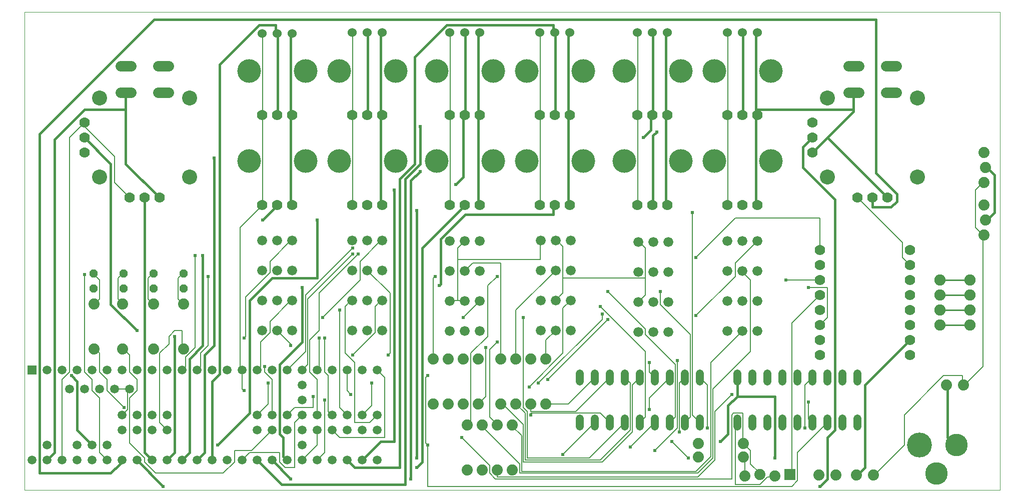
<source format=gbl>
G75*
%MOIN*%
%OFA0B0*%
%FSLAX25Y25*%
%IPPOS*%
%LPD*%
%AMOC8*
5,1,8,0,0,1.08239X$1,22.5*
%
%ADD10C,0.00000*%
%ADD11R,0.05937X0.05937*%
%ADD12C,0.05937*%
%ADD13C,0.07400*%
%ADD14C,0.07000*%
%ADD15C,0.16598*%
%ADD16C,0.15024*%
%ADD17C,0.01000*%
%ADD18C,0.07480*%
%ADD19C,0.10000*%
%ADD20C,0.07000*%
%ADD21C,0.05200*%
%ADD22OC8,0.05200*%
%ADD23R,0.07400X0.07400*%
%ADD24C,0.06600*%
%ADD25C,0.15748*%
%ADD26C,0.06000*%
%ADD27C,0.00600*%
%ADD28C,0.02400*%
%ADD29C,0.01500*%
D10*
X0032595Y0002550D02*
X0032595Y0321251D01*
X0682516Y0321251D01*
X0682516Y0002550D01*
X0032595Y0002550D01*
D11*
X0037595Y0082550D03*
D12*
X0047595Y0082550D03*
X0057595Y0082550D03*
X0067595Y0082550D03*
X0077595Y0082550D03*
X0087595Y0082550D03*
X0097595Y0082550D03*
X0107595Y0082550D03*
X0117595Y0082550D03*
X0127595Y0082550D03*
X0137595Y0082550D03*
X0147595Y0082550D03*
X0157595Y0082550D03*
X0167595Y0082550D03*
X0177595Y0082550D03*
X0187595Y0082550D03*
X0197595Y0082550D03*
X0207595Y0082550D03*
X0217595Y0082550D03*
X0217595Y0072550D03*
X0227595Y0082550D03*
X0237595Y0082550D03*
X0247595Y0082550D03*
X0257595Y0082550D03*
X0267595Y0082550D03*
X0217595Y0062550D03*
X0217595Y0052550D03*
X0207595Y0052550D03*
X0197595Y0052550D03*
X0187595Y0052550D03*
X0187595Y0042550D03*
X0197595Y0042550D03*
X0207595Y0042550D03*
X0217595Y0042550D03*
X0227595Y0042550D03*
X0237595Y0042550D03*
X0247595Y0042550D03*
X0257595Y0042550D03*
X0267595Y0042550D03*
X0267595Y0052550D03*
X0257595Y0052550D03*
X0247595Y0052550D03*
X0237595Y0052550D03*
X0227595Y0052550D03*
X0217595Y0032550D03*
X0217595Y0022550D03*
X0207595Y0022550D03*
X0197595Y0022550D03*
X0187595Y0022550D03*
X0177595Y0022550D03*
X0167595Y0022550D03*
X0157595Y0022550D03*
X0147595Y0022550D03*
X0137595Y0022550D03*
X0127595Y0022550D03*
X0117595Y0022550D03*
X0107595Y0022550D03*
X0097595Y0022550D03*
X0087595Y0022550D03*
X0077595Y0022550D03*
X0067595Y0022550D03*
X0057595Y0022550D03*
X0047595Y0022550D03*
X0037595Y0022550D03*
X0047595Y0032550D03*
X0067595Y0032550D03*
X0077595Y0032550D03*
X0087595Y0032550D03*
X0097595Y0042550D03*
X0107595Y0042550D03*
X0117595Y0042550D03*
X0127595Y0042550D03*
X0127595Y0052550D03*
X0117595Y0052550D03*
X0107595Y0052550D03*
X0097595Y0052550D03*
X0092595Y0070050D03*
X0082595Y0070050D03*
X0072595Y0070050D03*
X0062595Y0070050D03*
X0102595Y0070050D03*
X0227595Y0022550D03*
X0237595Y0022550D03*
X0247595Y0022550D03*
X0257595Y0022550D03*
X0267595Y0022550D03*
D13*
X0327595Y0016050D03*
X0337595Y0016050D03*
X0347595Y0016050D03*
X0357595Y0016050D03*
X0357595Y0046050D03*
X0347595Y0046050D03*
X0337595Y0046050D03*
X0327595Y0046050D03*
X0325095Y0060050D03*
X0335095Y0060050D03*
X0350095Y0060050D03*
X0360095Y0060050D03*
X0370095Y0060050D03*
X0380095Y0060050D03*
X0380095Y0090050D03*
X0370095Y0090050D03*
X0360095Y0090050D03*
X0350095Y0090050D03*
X0335095Y0090050D03*
X0325095Y0090050D03*
X0315095Y0090050D03*
X0305095Y0090050D03*
X0305095Y0060050D03*
X0315095Y0060050D03*
X0481595Y0033550D03*
X0481595Y0024550D03*
X0511595Y0024550D03*
X0511595Y0033550D03*
X0512595Y0012050D03*
X0522595Y0013050D03*
X0532595Y0012050D03*
X0561895Y0012550D03*
X0573295Y0012550D03*
X0586895Y0012550D03*
X0598295Y0012550D03*
X0646895Y0072550D03*
X0658295Y0072550D03*
X0672095Y0172550D03*
X0673095Y0182550D03*
X0672095Y0192550D03*
X0672095Y0207550D03*
X0673095Y0217550D03*
X0672095Y0227550D03*
X0138595Y0126550D03*
X0118595Y0126550D03*
X0098095Y0126550D03*
X0079095Y0126550D03*
X0079095Y0096550D03*
X0098095Y0096550D03*
X0118595Y0096550D03*
X0138595Y0096550D03*
D14*
X0191095Y0192522D03*
X0201095Y0192522D03*
X0211095Y0192522D03*
X0251095Y0192522D03*
X0261095Y0192522D03*
X0271095Y0192522D03*
X0316095Y0192522D03*
X0326095Y0192522D03*
X0336095Y0192522D03*
X0376095Y0192522D03*
X0386095Y0192522D03*
X0396095Y0192522D03*
X0441095Y0192522D03*
X0451095Y0192522D03*
X0461095Y0192522D03*
X0501095Y0192522D03*
X0511095Y0192522D03*
X0521095Y0192522D03*
X0562595Y0162550D03*
X0562595Y0152550D03*
X0562595Y0142550D03*
X0562595Y0132550D03*
X0562595Y0122550D03*
X0562595Y0112550D03*
X0562595Y0102550D03*
X0562595Y0092550D03*
X0622595Y0092550D03*
X0622595Y0102550D03*
X0622595Y0112550D03*
X0622595Y0122550D03*
X0622595Y0132550D03*
X0622595Y0142550D03*
X0622595Y0152550D03*
X0622595Y0162550D03*
X0607595Y0197550D03*
X0597595Y0197550D03*
X0587595Y0197550D03*
X0557595Y0227550D03*
X0557595Y0237550D03*
X0557595Y0247550D03*
X0521095Y0252522D03*
X0511095Y0252522D03*
X0501095Y0252522D03*
X0461095Y0252522D03*
X0451095Y0252522D03*
X0441095Y0252522D03*
X0396095Y0252522D03*
X0386095Y0252522D03*
X0376095Y0252522D03*
X0336095Y0252522D03*
X0326095Y0252522D03*
X0316095Y0252522D03*
X0271095Y0252522D03*
X0261095Y0252522D03*
X0251095Y0252522D03*
X0211095Y0252522D03*
X0201095Y0252522D03*
X0191095Y0252522D03*
X0122595Y0197550D03*
X0112595Y0197550D03*
X0102595Y0197550D03*
X0072595Y0227550D03*
X0072595Y0237550D03*
X0072595Y0247550D03*
D15*
X0629052Y0032550D03*
D16*
X0653658Y0032550D03*
X0640272Y0013652D03*
D17*
X0642595Y0112550D02*
X0662595Y0112550D01*
X0662595Y0122550D02*
X0642595Y0122550D01*
X0642595Y0132550D02*
X0662595Y0132550D01*
X0662595Y0142550D02*
X0642595Y0142550D01*
D18*
X0642595Y0142550D03*
X0642595Y0132550D03*
X0642595Y0122550D03*
X0642595Y0112550D03*
X0662595Y0112550D03*
X0662595Y0122550D03*
X0662595Y0132550D03*
X0662595Y0142550D03*
D19*
X0627595Y0211300D03*
X0567595Y0211300D03*
X0567595Y0263800D03*
X0627595Y0263800D03*
X0142595Y0263800D03*
X0082595Y0263800D03*
X0082595Y0211300D03*
X0142595Y0211300D03*
D20*
X0128595Y0267550D02*
X0121595Y0267550D01*
X0103595Y0267550D02*
X0096595Y0267550D01*
X0096595Y0285267D02*
X0103595Y0285267D01*
X0121595Y0285267D02*
X0128595Y0285267D01*
X0581595Y0285267D02*
X0588595Y0285267D01*
X0606595Y0285267D02*
X0613595Y0285267D01*
X0613595Y0267550D02*
X0606595Y0267550D01*
X0588595Y0267550D02*
X0581595Y0267550D01*
D21*
X0577595Y0080150D02*
X0577595Y0074950D01*
X0587595Y0074950D02*
X0587595Y0080150D01*
X0567595Y0080150D02*
X0567595Y0074950D01*
X0557595Y0074950D02*
X0557595Y0080150D01*
X0547595Y0080150D02*
X0547595Y0074950D01*
X0537595Y0074950D02*
X0537595Y0080150D01*
X0527595Y0080150D02*
X0527595Y0074950D01*
X0517595Y0074950D02*
X0517595Y0080150D01*
X0507595Y0080150D02*
X0507595Y0074950D01*
X0482595Y0074950D02*
X0482595Y0080150D01*
X0472595Y0080150D02*
X0472595Y0074950D01*
X0462595Y0074950D02*
X0462595Y0080150D01*
X0452595Y0080150D02*
X0452595Y0074950D01*
X0442595Y0074950D02*
X0442595Y0080150D01*
X0432595Y0080150D02*
X0432595Y0074950D01*
X0422595Y0074950D02*
X0422595Y0080150D01*
X0412595Y0080150D02*
X0412595Y0074950D01*
X0402595Y0074950D02*
X0402595Y0080150D01*
X0402595Y0050150D02*
X0402595Y0044950D01*
X0412595Y0044950D02*
X0412595Y0050150D01*
X0422595Y0050150D02*
X0422595Y0044950D01*
X0432595Y0044950D02*
X0432595Y0050150D01*
X0442595Y0050150D02*
X0442595Y0044950D01*
X0452595Y0044950D02*
X0452595Y0050150D01*
X0462595Y0050150D02*
X0462595Y0044950D01*
X0472595Y0044950D02*
X0472595Y0050150D01*
X0482595Y0050150D02*
X0482595Y0044950D01*
X0507595Y0044950D02*
X0507595Y0050150D01*
X0517595Y0050150D02*
X0517595Y0044950D01*
X0527595Y0044950D02*
X0527595Y0050150D01*
X0537595Y0050150D02*
X0537595Y0044950D01*
X0547595Y0044950D02*
X0547595Y0050150D01*
X0557595Y0050150D02*
X0557595Y0044950D01*
X0567595Y0044950D02*
X0567595Y0050150D01*
X0577595Y0050150D02*
X0577595Y0044950D01*
X0587595Y0044950D02*
X0587595Y0050150D01*
D22*
X0138595Y0137050D03*
X0138595Y0147050D03*
X0118595Y0147050D03*
X0118595Y0137050D03*
X0098595Y0137050D03*
X0098595Y0147050D03*
X0078595Y0147050D03*
X0078595Y0137050D03*
D23*
X0542595Y0013050D03*
D24*
X0521095Y0108550D03*
X0511095Y0108550D03*
X0501095Y0108550D03*
X0461595Y0108050D03*
X0451595Y0108050D03*
X0441595Y0108050D03*
X0441595Y0128050D03*
X0451595Y0128050D03*
X0461595Y0128050D03*
X0461595Y0148050D03*
X0451595Y0148050D03*
X0441595Y0148050D03*
X0441595Y0168050D03*
X0451595Y0168050D03*
X0461595Y0168050D03*
X0501095Y0168550D03*
X0511095Y0168550D03*
X0521095Y0168550D03*
X0521095Y0148550D03*
X0511095Y0148550D03*
X0501095Y0148550D03*
X0501095Y0128550D03*
X0511095Y0128550D03*
X0521095Y0128550D03*
X0396595Y0129050D03*
X0386595Y0129050D03*
X0376595Y0129050D03*
X0376595Y0109050D03*
X0386595Y0109050D03*
X0396595Y0109050D03*
X0336095Y0108550D03*
X0326095Y0108550D03*
X0316095Y0108550D03*
X0316095Y0128550D03*
X0326095Y0128550D03*
X0336095Y0128550D03*
X0336095Y0148550D03*
X0326095Y0148550D03*
X0316095Y0148550D03*
X0316095Y0168550D03*
X0326095Y0168550D03*
X0336095Y0168550D03*
X0376595Y0169050D03*
X0386595Y0169050D03*
X0396595Y0169050D03*
X0396595Y0149050D03*
X0386595Y0149050D03*
X0376595Y0149050D03*
X0271095Y0149050D03*
X0261095Y0149050D03*
X0251095Y0149050D03*
X0251095Y0169050D03*
X0261095Y0169050D03*
X0271095Y0169050D03*
X0211095Y0169050D03*
X0201095Y0169050D03*
X0191095Y0169050D03*
X0191095Y0149050D03*
X0201095Y0149050D03*
X0211095Y0149050D03*
X0211095Y0129050D03*
X0201095Y0129050D03*
X0191095Y0129050D03*
X0191095Y0109050D03*
X0201095Y0109050D03*
X0211095Y0109050D03*
X0251095Y0109050D03*
X0261095Y0109050D03*
X0271095Y0109050D03*
X0271095Y0129050D03*
X0261095Y0129050D03*
X0251095Y0129050D03*
D25*
X0242198Y0222050D03*
X0219993Y0222050D03*
X0182198Y0222050D03*
X0279993Y0222050D03*
X0307198Y0222050D03*
X0344993Y0222050D03*
X0367198Y0222050D03*
X0404993Y0222050D03*
X0432198Y0222050D03*
X0469993Y0222050D03*
X0492198Y0222050D03*
X0529993Y0222050D03*
X0529993Y0282050D03*
X0492198Y0282050D03*
X0469993Y0282050D03*
X0432198Y0282050D03*
X0404993Y0282050D03*
X0367198Y0282050D03*
X0344993Y0282050D03*
X0307198Y0282050D03*
X0279993Y0282050D03*
X0242198Y0282050D03*
X0219993Y0282050D03*
X0182198Y0282050D03*
D26*
X0191095Y0307050D03*
X0201095Y0307050D03*
X0211095Y0307050D03*
X0251095Y0307550D03*
X0261095Y0307550D03*
X0271095Y0307550D03*
X0316095Y0307550D03*
X0326095Y0307550D03*
X0336095Y0307550D03*
X0376095Y0307550D03*
X0386095Y0307550D03*
X0396095Y0307550D03*
X0441095Y0307550D03*
X0451095Y0307550D03*
X0461095Y0307550D03*
X0501095Y0307550D03*
X0511095Y0307550D03*
X0521095Y0307550D03*
D27*
X0501345Y0307550D02*
X0501095Y0307550D01*
X0501345Y0307550D02*
X0501345Y0252550D01*
X0501095Y0252522D01*
X0501345Y0251300D01*
X0501345Y0192550D01*
X0501095Y0192522D01*
X0506345Y0183800D02*
X0562595Y0183800D01*
X0562595Y0162550D01*
X0562595Y0142550D02*
X0540095Y0142550D01*
X0555095Y0137550D02*
X0567595Y0137550D01*
X0567595Y0117550D01*
X0562595Y0112550D01*
X0543845Y0113800D02*
X0562595Y0132550D01*
X0543845Y0113800D02*
X0543845Y0015050D01*
X0542595Y0013800D01*
X0542595Y0013050D01*
X0547595Y0008800D02*
X0543845Y0005050D01*
X0301345Y0005050D01*
X0301345Y0032550D01*
X0300095Y0033800D01*
X0300095Y0077550D01*
X0301345Y0078800D01*
X0305095Y0090050D02*
X0305095Y0143800D01*
X0306345Y0145050D01*
X0321345Y0156300D02*
X0376345Y0156300D01*
X0376345Y0168800D01*
X0376595Y0169050D01*
X0386595Y0169050D02*
X0387595Y0168800D01*
X0391345Y0165050D01*
X0391345Y0143800D01*
X0446345Y0143800D01*
X0446345Y0132550D01*
X0442595Y0128800D01*
X0441595Y0128050D01*
X0456345Y0126300D02*
X0456345Y0135050D01*
X0446345Y0143800D02*
X0446345Y0163800D01*
X0442595Y0167550D01*
X0441595Y0168050D01*
X0480095Y0157550D02*
X0506345Y0183800D01*
X0477595Y0187550D02*
X0477595Y0052550D01*
X0482595Y0047550D01*
X0487595Y0043800D02*
X0487595Y0072550D01*
X0482595Y0077550D01*
X0472595Y0077550D02*
X0468845Y0073800D01*
X0468845Y0041300D01*
X0467595Y0043800D02*
X0467595Y0088800D01*
X0466345Y0086300D02*
X0446345Y0106300D01*
X0446345Y0110050D01*
X0421345Y0135050D01*
X0416345Y0125050D02*
X0446345Y0095050D01*
X0446345Y0051300D01*
X0442595Y0047550D01*
X0436345Y0042550D02*
X0416345Y0022550D01*
X0366345Y0022550D01*
X0366345Y0053800D01*
X0360095Y0060050D01*
X0365095Y0057550D02*
X0365095Y0117550D01*
X0360095Y0122550D02*
X0360095Y0090050D01*
X0350095Y0090050D02*
X0350095Y0153800D01*
X0331345Y0153800D01*
X0326095Y0148550D01*
X0321345Y0156300D02*
X0321345Y0128800D01*
X0316345Y0128800D01*
X0316095Y0128550D01*
X0321345Y0128800D02*
X0325095Y0128800D01*
X0326095Y0128550D01*
X0336095Y0128550D02*
X0325095Y0117550D01*
X0341345Y0105050D02*
X0330095Y0093800D01*
X0330095Y0048800D01*
X0327595Y0046300D01*
X0327595Y0046050D01*
X0337595Y0046050D02*
X0337595Y0045050D01*
X0362595Y0020050D01*
X0362595Y0013800D01*
X0481345Y0013800D01*
X0491345Y0023800D01*
X0491345Y0070050D01*
X0516345Y0095050D01*
X0516345Y0142550D01*
X0511345Y0147550D01*
X0511095Y0148550D01*
X0506345Y0145050D02*
X0506345Y0153800D01*
X0521095Y0168550D01*
X0506345Y0145050D02*
X0480095Y0118800D01*
X0476345Y0106300D02*
X0456345Y0126300D01*
X0421345Y0116300D02*
X0381345Y0076300D01*
X0375095Y0073800D02*
X0417595Y0116300D01*
X0417595Y0120050D01*
X0396595Y0129050D02*
X0391345Y0123800D01*
X0391345Y0093800D01*
X0368845Y0071300D01*
X0370095Y0060050D02*
X0370095Y0055050D01*
X0400095Y0055050D01*
X0422595Y0077550D01*
X0412595Y0077550D02*
X0395095Y0060050D01*
X0380095Y0060050D01*
X0370095Y0053800D02*
X0370095Y0052550D01*
X0370095Y0053800D02*
X0416345Y0053800D01*
X0422595Y0047550D01*
X0412595Y0047550D02*
X0391345Y0026300D01*
X0408845Y0023800D02*
X0367595Y0023800D01*
X0367595Y0055050D01*
X0365095Y0057550D01*
X0365095Y0046300D02*
X0351345Y0060050D01*
X0350095Y0060050D01*
X0340095Y0065050D02*
X0335095Y0060050D01*
X0340095Y0065050D02*
X0340095Y0097550D01*
X0342595Y0096300D02*
X0342595Y0051300D01*
X0347595Y0046300D01*
X0347595Y0046050D01*
X0357595Y0046050D02*
X0357595Y0045050D01*
X0363845Y0038800D01*
X0363845Y0015050D01*
X0480095Y0015050D01*
X0490095Y0025050D01*
X0490095Y0087550D01*
X0511095Y0108550D01*
X0476345Y0106300D02*
X0476345Y0051300D01*
X0472595Y0047550D01*
X0467595Y0043800D02*
X0452595Y0028800D01*
X0463845Y0035050D02*
X0475095Y0023800D01*
X0481345Y0011300D02*
X0492595Y0022550D01*
X0492595Y0055050D01*
X0503845Y0066300D01*
X0505095Y0053800D02*
X0511345Y0053800D01*
X0511345Y0033800D01*
X0511595Y0033550D01*
X0516345Y0028800D01*
X0516345Y0020050D01*
X0522595Y0013800D01*
X0522595Y0013050D01*
X0527595Y0011300D02*
X0522595Y0006300D01*
X0506345Y0006300D01*
X0506345Y0046300D01*
X0507595Y0047550D01*
X0503845Y0052550D02*
X0505095Y0053800D01*
X0503845Y0052550D02*
X0503845Y0010050D01*
X0346345Y0010050D01*
X0342595Y0013800D01*
X0342595Y0018800D01*
X0323845Y0037550D01*
X0347595Y0016050D02*
X0347595Y0011300D01*
X0481345Y0011300D01*
X0512595Y0012050D02*
X0512595Y0023800D01*
X0511595Y0024550D01*
X0527595Y0011300D02*
X0532595Y0011300D01*
X0532595Y0012050D01*
X0547595Y0008800D02*
X0547595Y0027550D01*
X0567595Y0047550D01*
X0557595Y0047550D02*
X0555095Y0050050D01*
X0555095Y0061300D01*
X0552595Y0072550D02*
X0552595Y0043800D01*
X0552595Y0072550D02*
X0557595Y0077550D01*
X0618845Y0052550D02*
X0645095Y0078800D01*
X0657595Y0078800D01*
X0657595Y0072550D01*
X0658295Y0072550D01*
X0658845Y0072550D01*
X0671345Y0085050D01*
X0671345Y0172550D01*
X0672095Y0172550D01*
X0671345Y0172550D02*
X0666345Y0177550D01*
X0666345Y0202550D01*
X0671345Y0207550D01*
X0672095Y0207550D01*
X0617595Y0167550D02*
X0617595Y0157550D01*
X0622595Y0152550D01*
X0617595Y0167550D02*
X0587595Y0197550D01*
X0441345Y0192550D02*
X0441095Y0192522D01*
X0441345Y0192550D02*
X0441345Y0251300D01*
X0441095Y0252522D01*
X0441345Y0252550D01*
X0441345Y0307550D01*
X0441095Y0307550D01*
X0376345Y0307550D02*
X0376095Y0307550D01*
X0376345Y0307550D02*
X0376345Y0252550D01*
X0376095Y0252522D01*
X0376345Y0251300D01*
X0376345Y0192550D01*
X0376095Y0192522D01*
X0326095Y0168550D02*
X0321345Y0163800D01*
X0321345Y0156300D01*
X0341345Y0138800D02*
X0347595Y0145050D01*
X0341345Y0138800D02*
X0341345Y0105050D01*
X0347595Y0101300D02*
X0342595Y0096300D01*
X0380095Y0090050D02*
X0380095Y0102550D01*
X0386595Y0109050D01*
X0360095Y0122550D02*
X0386595Y0149050D01*
X0391345Y0143800D02*
X0391345Y0133800D01*
X0386595Y0129050D01*
X0448845Y0087550D02*
X0448845Y0081300D01*
X0452595Y0077550D01*
X0442595Y0077550D02*
X0437595Y0072550D01*
X0437595Y0041300D01*
X0417595Y0021300D01*
X0365095Y0021300D01*
X0365095Y0046300D01*
X0408845Y0023800D02*
X0432595Y0047550D01*
X0436345Y0042550D02*
X0436345Y0073800D01*
X0432595Y0077550D01*
X0448845Y0063800D02*
X0448845Y0056300D01*
X0448845Y0063800D02*
X0462595Y0077550D01*
X0466345Y0086300D02*
X0466345Y0051300D01*
X0462595Y0047550D01*
X0452595Y0047550D02*
X0436345Y0031300D01*
X0276345Y0093800D02*
X0275095Y0092550D01*
X0276345Y0093800D02*
X0276345Y0133800D01*
X0261095Y0149050D01*
X0256345Y0155050D02*
X0270095Y0168800D01*
X0271095Y0169050D01*
X0255095Y0160050D02*
X0228845Y0133800D01*
X0228845Y0108800D01*
X0222595Y0102550D01*
X0222595Y0081300D01*
X0227595Y0076300D01*
X0227595Y0052550D01*
X0225095Y0057550D02*
X0225095Y0065050D01*
X0232595Y0062550D02*
X0232595Y0027550D01*
X0227595Y0022550D01*
X0227595Y0032550D02*
X0217595Y0022550D01*
X0212595Y0017550D02*
X0212595Y0047550D01*
X0217595Y0052550D01*
X0212595Y0057550D02*
X0225095Y0057550D01*
X0235095Y0055050D02*
X0235095Y0078800D01*
X0232595Y0081300D01*
X0232595Y0103800D01*
X0228845Y0103800D02*
X0228845Y0083800D01*
X0227595Y0082550D01*
X0221345Y0086300D02*
X0221345Y0130050D01*
X0251345Y0160050D01*
X0251345Y0163800D02*
X0220095Y0132550D01*
X0220095Y0095050D01*
X0207595Y0082550D01*
X0217595Y0082550D02*
X0221345Y0086300D01*
X0210095Y0098800D02*
X0210095Y0100050D01*
X0201095Y0109050D01*
X0196345Y0107550D02*
X0196345Y0115050D01*
X0210095Y0128800D01*
X0211095Y0129050D01*
X0231345Y0117550D02*
X0256345Y0142550D01*
X0256345Y0155050D01*
X0251095Y0129050D02*
X0250095Y0128800D01*
X0246345Y0125050D01*
X0246345Y0093800D01*
X0252595Y0087550D01*
X0252595Y0047550D01*
X0262595Y0047550D01*
X0267595Y0052550D01*
X0263845Y0058800D02*
X0257595Y0052550D01*
X0247595Y0052550D02*
X0242595Y0057550D01*
X0242595Y0122550D01*
X0266345Y0125050D02*
X0270095Y0128800D01*
X0271095Y0129050D01*
X0266345Y0125050D02*
X0266345Y0107550D01*
X0251345Y0092550D01*
X0247595Y0082550D02*
X0247595Y0068800D01*
X0250095Y0066300D01*
X0263845Y0073800D02*
X0263845Y0058800D01*
X0237595Y0052550D02*
X0235095Y0055050D01*
X0237595Y0042550D02*
X0242595Y0037550D01*
X0272595Y0037550D01*
X0272595Y0077550D01*
X0267595Y0082550D01*
X0212595Y0057550D02*
X0207595Y0052550D01*
X0197595Y0052550D02*
X0197595Y0076300D01*
X0192595Y0081300D01*
X0192595Y0085050D01*
X0190095Y0085050D02*
X0187595Y0082550D01*
X0190095Y0085050D02*
X0190095Y0101300D01*
X0196345Y0107550D01*
X0180095Y0105050D02*
X0180095Y0131300D01*
X0196345Y0147550D01*
X0196345Y0155050D01*
X0210095Y0168800D01*
X0211095Y0169050D01*
X0190095Y0191300D02*
X0176345Y0177550D01*
X0176345Y0083800D01*
X0177595Y0082550D01*
X0177595Y0070050D01*
X0178845Y0068800D01*
X0195095Y0073800D02*
X0195095Y0060050D01*
X0187595Y0052550D01*
X0197595Y0042550D02*
X0183845Y0028800D01*
X0172595Y0028800D01*
X0172595Y0021300D01*
X0165095Y0013800D01*
X0120095Y0013800D01*
X0112595Y0021300D01*
X0112595Y0023800D01*
X0102595Y0033800D01*
X0102595Y0063800D01*
X0107595Y0068800D01*
X0107595Y0076300D01*
X0102595Y0081300D01*
X0102595Y0092550D01*
X0098845Y0096300D01*
X0098095Y0096550D01*
X0082595Y0093800D02*
X0080095Y0096300D01*
X0079095Y0096550D01*
X0082595Y0093800D02*
X0082595Y0081300D01*
X0087595Y0076300D01*
X0087595Y0068800D01*
X0098845Y0057550D01*
X0101345Y0056300D02*
X0101345Y0068800D01*
X0102595Y0070050D01*
X0092595Y0070050D01*
X0082595Y0063800D02*
X0077595Y0068800D01*
X0077595Y0076300D01*
X0072595Y0081300D01*
X0072595Y0146300D01*
X0078595Y0147050D02*
X0078845Y0146300D01*
X0082595Y0142550D01*
X0082595Y0130050D01*
X0079095Y0126550D01*
X0095095Y0130050D02*
X0097595Y0127550D01*
X0098095Y0126550D01*
X0095095Y0130050D02*
X0095095Y0143800D01*
X0097595Y0146300D01*
X0098595Y0147050D01*
X0115095Y0143800D02*
X0115095Y0130050D01*
X0118595Y0126550D01*
X0135095Y0130050D02*
X0138595Y0126550D01*
X0135095Y0130050D02*
X0135095Y0143800D01*
X0137595Y0146300D01*
X0138595Y0147050D01*
X0155095Y0145050D02*
X0155095Y0098800D01*
X0150095Y0093800D01*
X0150095Y0085050D01*
X0147595Y0082550D01*
X0140095Y0085050D02*
X0140095Y0091300D01*
X0146345Y0097550D01*
X0146345Y0158800D01*
X0118595Y0147050D02*
X0117595Y0146300D01*
X0115095Y0143800D01*
X0132595Y0108800D02*
X0137595Y0108800D01*
X0137595Y0097550D01*
X0138595Y0096550D01*
X0128845Y0100050D02*
X0128845Y0105050D01*
X0132595Y0108800D01*
X0128845Y0100050D02*
X0122595Y0093800D01*
X0122595Y0047550D01*
X0127595Y0042550D01*
X0101345Y0056300D02*
X0097595Y0052550D01*
X0082595Y0063800D02*
X0082595Y0027550D01*
X0087595Y0022550D01*
X0057595Y0022550D02*
X0057595Y0076300D01*
X0062595Y0081300D01*
X0062595Y0237550D01*
X0071345Y0246300D01*
X0072595Y0247550D01*
X0071345Y0246300D02*
X0092595Y0225050D01*
X0092595Y0207550D01*
X0102595Y0197550D01*
X0190095Y0191300D02*
X0191095Y0192522D01*
X0191345Y0192550D01*
X0191345Y0251300D01*
X0191095Y0252522D01*
X0191345Y0252550D01*
X0191345Y0306300D01*
X0191095Y0307050D01*
X0251095Y0307550D02*
X0251345Y0307550D01*
X0251345Y0252550D01*
X0251095Y0252522D01*
X0251345Y0251300D01*
X0251345Y0192550D01*
X0251095Y0192522D01*
X0316095Y0192522D02*
X0316345Y0192550D01*
X0316345Y0251300D01*
X0316095Y0252522D01*
X0316345Y0252550D01*
X0316345Y0307550D01*
X0316095Y0307550D01*
X0180095Y0105050D02*
X0178845Y0103800D01*
X0140095Y0085050D02*
X0137595Y0082550D01*
X0227595Y0042550D02*
X0227595Y0032550D01*
X0212595Y0017550D02*
X0206345Y0017550D01*
X0202595Y0021300D01*
X0202595Y0027550D01*
X0182595Y0027550D01*
X0177595Y0022550D01*
X0598295Y0012550D02*
X0598845Y0012550D01*
X0618845Y0032550D01*
X0618845Y0052550D01*
D28*
X0555095Y0061300D03*
X0552595Y0043800D03*
X0532595Y0023800D03*
X0562595Y0005050D03*
X0496345Y0035050D03*
X0487595Y0043800D03*
X0468845Y0041300D03*
X0463845Y0035050D03*
X0452595Y0028800D03*
X0436345Y0031300D03*
X0475095Y0023800D03*
X0448845Y0056300D03*
X0503845Y0066300D03*
X0467595Y0088800D03*
X0448845Y0087550D03*
X0421345Y0116300D03*
X0417595Y0120050D03*
X0416345Y0125050D03*
X0421345Y0135050D03*
X0456345Y0135050D03*
X0480095Y0118800D03*
X0540095Y0142550D03*
X0555095Y0137550D03*
X0480095Y0157550D03*
X0477595Y0187550D03*
X0445095Y0237550D03*
X0453845Y0241300D03*
X0320095Y0206300D03*
X0296345Y0215050D03*
X0278845Y0202550D03*
X0293845Y0188800D03*
X0251345Y0163800D03*
X0251345Y0160050D03*
X0255095Y0160050D03*
X0227595Y0182550D03*
X0191345Y0182550D03*
X0151345Y0158800D03*
X0146345Y0158800D03*
X0155095Y0145050D03*
X0217595Y0137550D03*
X0242595Y0122550D03*
X0231345Y0117550D03*
X0232595Y0103800D03*
X0228845Y0103800D03*
X0210095Y0098800D03*
X0192595Y0085050D03*
X0195095Y0073800D03*
X0178845Y0068800D03*
X0225095Y0065050D03*
X0232595Y0062550D03*
X0250095Y0066300D03*
X0263845Y0073800D03*
X0275095Y0092550D03*
X0251345Y0092550D03*
X0301345Y0078800D03*
X0340095Y0097550D03*
X0347595Y0101300D03*
X0365095Y0117550D03*
X0325095Y0117550D03*
X0308845Y0138800D03*
X0306345Y0145050D03*
X0347595Y0145050D03*
X0381345Y0076300D03*
X0375095Y0073800D03*
X0368845Y0071300D03*
X0370095Y0052550D03*
X0323845Y0037550D03*
X0301345Y0032550D03*
X0293845Y0023800D03*
X0293845Y0017550D03*
X0290095Y0010050D03*
X0210095Y0010050D03*
X0161345Y0032550D03*
X0125095Y0005050D03*
X0098845Y0057550D03*
X0063845Y0078800D03*
X0107595Y0108800D03*
X0132595Y0105050D03*
X0178845Y0103800D03*
X0072595Y0146300D03*
X0158845Y0223800D03*
X0296345Y0245050D03*
X0391345Y0026300D03*
D29*
X0297595Y0021300D02*
X0297595Y0163800D01*
X0325095Y0191300D01*
X0326095Y0192522D01*
X0335095Y0192550D02*
X0336095Y0192522D01*
X0335095Y0192550D02*
X0335095Y0251300D01*
X0336095Y0252522D01*
X0335095Y0252550D01*
X0335095Y0307550D01*
X0336095Y0307550D01*
X0326345Y0307550D02*
X0326095Y0307550D01*
X0326345Y0307550D02*
X0326345Y0252550D01*
X0326095Y0252522D01*
X0325095Y0251300D01*
X0325095Y0211300D01*
X0320095Y0206300D01*
X0296345Y0215050D02*
X0290095Y0208800D01*
X0290095Y0010050D01*
X0286345Y0006300D02*
X0286345Y0210050D01*
X0296345Y0220050D01*
X0296345Y0245050D01*
X0271095Y0252522D02*
X0270095Y0251300D01*
X0270095Y0192550D01*
X0271095Y0192522D01*
X0278845Y0202550D02*
X0278845Y0035050D01*
X0270095Y0035050D01*
X0257595Y0022550D01*
X0252595Y0017550D02*
X0282595Y0017550D01*
X0282595Y0210050D01*
X0292595Y0220050D01*
X0292595Y0291300D01*
X0313845Y0312550D01*
X0385095Y0312550D01*
X0385095Y0307550D01*
X0386095Y0307550D01*
X0386345Y0307550D01*
X0386345Y0252550D01*
X0386095Y0252522D01*
X0395095Y0252550D02*
X0396095Y0252522D01*
X0395095Y0251300D01*
X0395095Y0192550D01*
X0396095Y0192522D01*
X0386095Y0192522D02*
X0385095Y0191300D01*
X0385095Y0186300D01*
X0326345Y0186300D01*
X0310095Y0170050D01*
X0310095Y0140050D01*
X0308845Y0138800D01*
X0227595Y0143800D02*
X0227595Y0182550D01*
X0211095Y0192522D02*
X0210095Y0192550D01*
X0210095Y0251300D01*
X0211095Y0252522D01*
X0210095Y0252550D01*
X0210095Y0306300D01*
X0211095Y0307050D01*
X0201345Y0306300D02*
X0201095Y0307050D01*
X0200095Y0307550D01*
X0200095Y0312550D01*
X0188845Y0312550D01*
X0162595Y0286300D01*
X0162595Y0080050D01*
X0157595Y0075050D01*
X0157595Y0022550D01*
X0152595Y0027550D02*
X0152595Y0092550D01*
X0158845Y0098800D01*
X0158845Y0223800D01*
X0122595Y0197550D02*
X0100095Y0220050D01*
X0100095Y0256300D01*
X0100095Y0267550D01*
X0100095Y0256300D02*
X0072595Y0256300D01*
X0052595Y0236300D01*
X0052595Y0027550D01*
X0047595Y0022550D01*
X0042595Y0013800D02*
X0042595Y0240050D01*
X0118845Y0316300D01*
X0600095Y0316300D01*
X0600095Y0213800D01*
X0613845Y0200050D01*
X0613845Y0195050D01*
X0610095Y0191300D01*
X0597595Y0191300D01*
X0597595Y0197550D01*
X0607595Y0197550D02*
X0567595Y0237550D01*
X0557595Y0227550D01*
X0551345Y0231300D02*
X0551345Y0217550D01*
X0572595Y0196300D01*
X0572595Y0042550D01*
X0567595Y0037550D01*
X0567595Y0010050D01*
X0562595Y0005050D01*
X0586895Y0012550D02*
X0587595Y0012550D01*
X0592595Y0017550D01*
X0592595Y0072550D01*
X0622595Y0102550D01*
X0646895Y0072550D02*
X0647595Y0072550D01*
X0647595Y0037550D01*
X0652595Y0032550D01*
X0653658Y0032550D01*
X0532595Y0023800D02*
X0532595Y0065050D01*
X0507595Y0065050D01*
X0507595Y0077550D01*
X0507595Y0065050D02*
X0501345Y0058800D01*
X0501345Y0040050D01*
X0496345Y0035050D01*
X0297595Y0021300D02*
X0293845Y0017550D01*
X0293845Y0023800D02*
X0293845Y0188800D01*
X0227595Y0143800D02*
X0197595Y0143800D01*
X0182595Y0128800D01*
X0182595Y0053800D01*
X0161345Y0032550D01*
X0152595Y0027550D02*
X0147595Y0022550D01*
X0142595Y0027550D02*
X0142595Y0090050D01*
X0151345Y0098800D01*
X0151345Y0158800D01*
X0191345Y0182550D02*
X0200095Y0191300D01*
X0201095Y0192522D01*
X0112595Y0197550D02*
X0112595Y0027550D01*
X0117595Y0022550D01*
X0127595Y0022550D02*
X0132595Y0027550D01*
X0132595Y0105050D01*
X0107595Y0108800D02*
X0090095Y0126300D01*
X0090095Y0220050D01*
X0072595Y0237550D01*
X0201095Y0252522D02*
X0201345Y0252550D01*
X0201345Y0306300D01*
X0261095Y0307550D02*
X0261345Y0307550D01*
X0261345Y0252550D01*
X0261095Y0252522D01*
X0270095Y0252550D02*
X0271095Y0252522D01*
X0270095Y0252550D02*
X0270095Y0307550D01*
X0271095Y0307550D01*
X0395095Y0307550D02*
X0395095Y0252550D01*
X0445095Y0237550D02*
X0450095Y0242550D01*
X0450095Y0251300D01*
X0451095Y0252522D01*
X0451345Y0252550D01*
X0451345Y0307550D01*
X0451095Y0307550D01*
X0460095Y0307550D02*
X0461095Y0307550D01*
X0460095Y0307550D02*
X0460095Y0252550D01*
X0461095Y0252522D01*
X0460095Y0251300D01*
X0460095Y0192550D01*
X0461095Y0192522D01*
X0451345Y0192550D02*
X0451095Y0192522D01*
X0451345Y0192550D02*
X0451345Y0238800D01*
X0453845Y0241300D01*
X0511095Y0252522D02*
X0511345Y0252550D01*
X0511345Y0307550D01*
X0511095Y0307550D01*
X0520095Y0307550D02*
X0521095Y0307550D01*
X0520095Y0307550D02*
X0520095Y0256300D01*
X0585095Y0256300D01*
X0585095Y0255050D01*
X0567595Y0237550D01*
X0557595Y0237550D02*
X0551345Y0231300D01*
X0521095Y0252522D02*
X0520095Y0251300D01*
X0520095Y0192550D01*
X0521095Y0192522D01*
X0521095Y0252522D02*
X0520095Y0252550D01*
X0520095Y0256300D01*
X0585095Y0256300D02*
X0585095Y0267550D01*
X0673095Y0217550D02*
X0673845Y0217550D01*
X0678845Y0212550D01*
X0678845Y0187550D01*
X0673845Y0182550D01*
X0673095Y0182550D01*
X0396095Y0307550D02*
X0395095Y0307550D01*
X0217595Y0137550D02*
X0217595Y0101300D01*
X0202595Y0086300D01*
X0202595Y0040050D01*
X0205095Y0037550D01*
X0205095Y0025050D01*
X0207595Y0022550D01*
X0197595Y0022550D02*
X0210095Y0010050D01*
X0203845Y0006300D02*
X0286345Y0006300D01*
X0252595Y0017550D02*
X0247595Y0022550D01*
X0203845Y0006300D02*
X0187595Y0022550D01*
X0142595Y0027550D02*
X0137595Y0022550D01*
X0125095Y0005050D02*
X0107595Y0022550D01*
X0097595Y0022550D02*
X0096345Y0021300D01*
X0096345Y0020050D01*
X0090095Y0013800D01*
X0042595Y0013800D01*
X0067595Y0042550D02*
X0077595Y0032550D01*
X0067595Y0042550D02*
X0067595Y0075050D01*
X0063845Y0078800D01*
M02*

</source>
